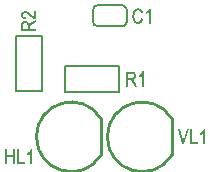
<source format=gto>
G04*
G04 #@! TF.GenerationSoftware,Altium Limited,Altium Designer,21.8.1 (53)*
G04*
G04 Layer_Color=65535*
%FSLAX44Y44*%
%MOMM*%
G71*
G04*
G04 #@! TF.SameCoordinates,C2402ECC-2FC7-4353-9DF5-FD8D6FDF90C0*
G04*
G04*
G04 #@! TF.FilePolarity,Positive*
G04*
G01*
G75*
%ADD10C,0.2540*%
%ADD11C,0.1500*%
%ADD12C,0.2000*%
G36*
X230714Y28653D02*
X229066D01*
X225084Y41392D01*
X226862D01*
X229547Y32263D01*
Y32245D01*
X229566Y32208D01*
X229584Y32152D01*
X229603Y32078D01*
X229658Y31874D01*
X229714Y31634D01*
X229769Y31337D01*
X229825Y31023D01*
X229880Y30708D01*
X229899Y30393D01*
Y30412D01*
Y30430D01*
X229917Y30541D01*
X229936Y30708D01*
X229973Y30949D01*
X230010Y31226D01*
X230084Y31541D01*
X230158Y31893D01*
X230269Y32263D01*
X233047Y41392D01*
X234732D01*
X230714Y28653D01*
D02*
G37*
G36*
X248416D02*
X246805D01*
Y38337D01*
X246768Y38281D01*
X246730Y38189D01*
X246638Y38059D01*
X246527Y37911D01*
X246379Y37726D01*
X246175Y37541D01*
X245916Y37337D01*
X245879Y37318D01*
X245786Y37244D01*
X245638Y37152D01*
X245434Y37041D01*
X245194Y36911D01*
X244916Y36763D01*
X244620Y36633D01*
X244305Y36522D01*
Y38244D01*
X244323D01*
X244360Y38281D01*
X244416Y38300D01*
X244490Y38355D01*
X244694Y38485D01*
X244953Y38670D01*
X245231Y38874D01*
X245545Y39133D01*
X245860Y39411D01*
X246156Y39707D01*
X246175Y39725D01*
X246194Y39744D01*
X246286Y39855D01*
X246416Y40022D01*
X246582Y40244D01*
X246768Y40503D01*
X246953Y40799D01*
X247138Y41114D01*
X247286Y41448D01*
X248416D01*
Y28653D01*
D02*
G37*
G36*
X237454Y30467D02*
X242453D01*
Y28653D01*
X235732D01*
Y41392D01*
X237454D01*
Y30467D01*
D02*
G37*
G36*
X191978Y143864D02*
X192108Y143846D01*
X192256Y143827D01*
X192441Y143809D01*
X192626Y143772D01*
X193034Y143642D01*
X193478Y143475D01*
X193719Y143364D01*
X193941Y143235D01*
X194163Y143087D01*
X194367Y142920D01*
X194385Y142901D01*
X194422Y142883D01*
X194478Y142827D01*
X194552Y142735D01*
X194644Y142642D01*
X194737Y142512D01*
X194848Y142364D01*
X194978Y142198D01*
X195107Y141994D01*
X195237Y141772D01*
X195367Y141531D01*
X195496Y141272D01*
X195607Y140976D01*
X195737Y140679D01*
X195830Y140328D01*
X195922Y139976D01*
X194274Y139550D01*
Y139587D01*
X194237Y139661D01*
X194200Y139790D01*
X194144Y139957D01*
X194052Y140142D01*
X193959Y140365D01*
X193830Y140605D01*
X193700Y140846D01*
X193533Y141068D01*
X193348Y141309D01*
X193126Y141531D01*
X192904Y141716D01*
X192645Y141883D01*
X192348Y142013D01*
X192034Y142087D01*
X191700Y142124D01*
X191534D01*
X191367Y142105D01*
X191126Y142068D01*
X190867Y141994D01*
X190589Y141920D01*
X190312Y141790D01*
X190034Y141624D01*
X189997Y141605D01*
X189923Y141531D01*
X189793Y141420D01*
X189645Y141253D01*
X189460Y141031D01*
X189275Y140772D01*
X189090Y140457D01*
X188923Y140087D01*
Y140068D01*
X188904Y140031D01*
X188886Y139976D01*
X188849Y139902D01*
X188830Y139790D01*
X188793Y139661D01*
X188756Y139513D01*
X188719Y139346D01*
X188664Y139161D01*
X188626Y138957D01*
X188571Y138494D01*
X188515Y137976D01*
X188497Y137383D01*
Y137346D01*
Y137272D01*
Y137143D01*
X188515Y136976D01*
Y136772D01*
X188534Y136532D01*
X188571Y136272D01*
X188608Y135976D01*
X188701Y135384D01*
X188849Y134773D01*
X188960Y134476D01*
X189071Y134180D01*
X189201Y133921D01*
X189349Y133680D01*
X189367Y133661D01*
X189386Y133624D01*
X189441Y133569D01*
X189497Y133495D01*
X189682Y133291D01*
X189941Y133088D01*
X190275Y132865D01*
X190645Y132662D01*
X190849Y132587D01*
X191089Y132532D01*
X191311Y132495D01*
X191571Y132476D01*
X191663D01*
X191737Y132495D01*
X191941Y132514D01*
X192182Y132569D01*
X192441Y132662D01*
X192737Y132773D01*
X193034Y132958D01*
X193330Y133199D01*
X193367Y133236D01*
X193404Y133273D01*
X193459Y133347D01*
X193515Y133421D01*
X193589Y133532D01*
X193663Y133643D01*
X193756Y133791D01*
X193830Y133939D01*
X193922Y134124D01*
X194015Y134328D01*
X194089Y134550D01*
X194181Y134791D01*
X194256Y135050D01*
X194330Y135328D01*
X194385Y135643D01*
X196089Y135143D01*
Y135124D01*
X196070Y135050D01*
X196033Y134921D01*
X195996Y134773D01*
X195941Y134587D01*
X195867Y134365D01*
X195793Y134124D01*
X195700Y133865D01*
X195478Y133310D01*
X195200Y132754D01*
X194848Y132236D01*
X194644Y131995D01*
X194441Y131773D01*
X194422Y131754D01*
X194385Y131736D01*
X194330Y131680D01*
X194237Y131606D01*
X194126Y131532D01*
X193978Y131440D01*
X193830Y131347D01*
X193645Y131254D01*
X193459Y131143D01*
X193237Y131051D01*
X192756Y130884D01*
X192496Y130810D01*
X192200Y130754D01*
X191922Y130736D01*
X191608Y130717D01*
X191460D01*
X191367Y130736D01*
X191237D01*
X191089Y130754D01*
X190737Y130810D01*
X190330Y130884D01*
X189904Y131014D01*
X189478Y131180D01*
X189071Y131421D01*
X189052D01*
X189034Y131458D01*
X188978Y131495D01*
X188904Y131551D01*
X188701Y131736D01*
X188478Y131976D01*
X188349Y132125D01*
X188201Y132291D01*
X188071Y132476D01*
X187923Y132680D01*
X187775Y132902D01*
X187645Y133162D01*
X187516Y133421D01*
X187386Y133699D01*
Y133717D01*
X187367Y133773D01*
X187330Y133865D01*
X187293Y133976D01*
X187238Y134124D01*
X187182Y134310D01*
X187127Y134513D01*
X187071Y134754D01*
X186997Y135013D01*
X186942Y135291D01*
X186886Y135587D01*
X186849Y135920D01*
X186793Y136254D01*
X186775Y136624D01*
X186738Y137383D01*
Y137402D01*
Y137476D01*
Y137587D01*
X186756Y137735D01*
Y137902D01*
X186775Y138124D01*
X186793Y138346D01*
X186812Y138605D01*
X186905Y139161D01*
X187016Y139735D01*
X187164Y140328D01*
X187386Y140901D01*
Y140920D01*
X187423Y140976D01*
X187460Y141050D01*
X187497Y141142D01*
X187571Y141272D01*
X187645Y141401D01*
X187849Y141735D01*
X188108Y142087D01*
X188404Y142457D01*
X188756Y142809D01*
X189163Y143124D01*
X189182D01*
X189219Y143160D01*
X189275Y143198D01*
X189367Y143235D01*
X189478Y143309D01*
X189608Y143364D01*
X189756Y143438D01*
X189923Y143512D01*
X190293Y143642D01*
X190719Y143772D01*
X191200Y143846D01*
X191719Y143883D01*
X191867D01*
X191978Y143864D01*
D02*
G37*
G36*
X202162Y130921D02*
X200551D01*
Y140605D01*
X200514Y140550D01*
X200477Y140457D01*
X200385Y140328D01*
X200273Y140179D01*
X200125Y139994D01*
X199922Y139809D01*
X199662Y139605D01*
X199625Y139587D01*
X199533Y139513D01*
X199385Y139420D01*
X199181Y139309D01*
X198940Y139179D01*
X198662Y139031D01*
X198366Y138902D01*
X198051Y138791D01*
Y140513D01*
X198070D01*
X198107Y140550D01*
X198163Y140568D01*
X198237Y140624D01*
X198440Y140753D01*
X198700Y140939D01*
X198977Y141142D01*
X199292Y141401D01*
X199607Y141679D01*
X199903Y141975D01*
X199922Y141994D01*
X199940Y142013D01*
X200033Y142124D01*
X200162Y142290D01*
X200329Y142512D01*
X200514Y142772D01*
X200699Y143068D01*
X200884Y143383D01*
X201033Y143716D01*
X202162D01*
Y130921D01*
D02*
G37*
G36*
X87306Y11803D02*
X85584D01*
Y17635D01*
X80677D01*
Y11803D01*
X78955D01*
Y24542D01*
X80677D01*
Y19450D01*
X85584D01*
Y24542D01*
X87306D01*
Y11803D01*
D02*
G37*
G36*
X102045D02*
X100434D01*
Y21487D01*
X100397Y21431D01*
X100360Y21339D01*
X100267Y21209D01*
X100156Y21061D01*
X100008Y20876D01*
X99805Y20691D01*
X99545Y20487D01*
X99508Y20468D01*
X99416Y20394D01*
X99268Y20302D01*
X99064Y20190D01*
X98823Y20061D01*
X98546Y19913D01*
X98249Y19783D01*
X97934Y19672D01*
Y21394D01*
X97953D01*
X97990Y21431D01*
X98046Y21450D01*
X98120Y21505D01*
X98323Y21635D01*
X98582Y21820D01*
X98860Y22024D01*
X99175Y22283D01*
X99490Y22561D01*
X99786Y22857D01*
X99805Y22875D01*
X99823Y22894D01*
X99916Y23005D01*
X100045Y23172D01*
X100212Y23394D01*
X100397Y23653D01*
X100582Y23949D01*
X100767Y24264D01*
X100916Y24597D01*
X102045D01*
Y11803D01*
D02*
G37*
G36*
X91083Y13617D02*
X96083D01*
Y11803D01*
X89361D01*
Y24542D01*
X91083D01*
Y13617D01*
D02*
G37*
G36*
X105297Y134470D02*
X105279D01*
X105242D01*
X105186D01*
X105112D01*
X105001Y134489D01*
X104890D01*
X104612Y134526D01*
X104279Y134581D01*
X103890Y134674D01*
X103501Y134822D01*
X103076Y135007D01*
X103057D01*
X103020Y135044D01*
X102964Y135063D01*
X102872Y135118D01*
X102761Y135192D01*
X102631Y135267D01*
X102483Y135378D01*
X102316Y135489D01*
X102131Y135618D01*
X101927Y135766D01*
X101705Y135933D01*
X101483Y136137D01*
X101242Y136340D01*
X100983Y136581D01*
X100705Y136822D01*
X100428Y137100D01*
X100409Y137118D01*
X100353Y137174D01*
X100261Y137266D01*
X100150Y137377D01*
X100002Y137526D01*
X99835Y137674D01*
X99446Y138044D01*
X99020Y138414D01*
X98576Y138785D01*
X98372Y138951D01*
X98150Y139118D01*
X97965Y139248D01*
X97780Y139359D01*
X97761D01*
X97743Y139377D01*
X97687Y139414D01*
X97613Y139451D01*
X97446Y139525D01*
X97224Y139636D01*
X96965Y139729D01*
X96669Y139822D01*
X96372Y139877D01*
X96076Y139896D01*
X96058D01*
X96039D01*
X95928D01*
X95780Y139877D01*
X95576Y139840D01*
X95354Y139766D01*
X95113Y139673D01*
X94891Y139544D01*
X94669Y139377D01*
X94650Y139359D01*
X94576Y139285D01*
X94484Y139173D01*
X94391Y139044D01*
X94280Y138859D01*
X94206Y138655D01*
X94132Y138414D01*
X94113Y138155D01*
Y138025D01*
X94150Y137877D01*
X94187Y137692D01*
X94262Y137488D01*
X94354Y137266D01*
X94502Y137063D01*
X94706Y136859D01*
X94725Y136840D01*
X94817Y136785D01*
X94965Y136692D01*
X95169Y136618D01*
X95428Y136526D01*
X95761Y136433D01*
X96150Y136377D01*
X96613Y136359D01*
X96428Y134711D01*
X96410D01*
X96335D01*
X96243Y134729D01*
X96095Y134748D01*
X95928Y134767D01*
X95743Y134803D01*
X95521Y134841D01*
X95299Y134896D01*
X94817Y135026D01*
X94317Y135211D01*
X93854Y135452D01*
X93651Y135581D01*
X93465Y135748D01*
X93447Y135766D01*
X93428Y135785D01*
X93373Y135841D01*
X93317Y135914D01*
X93243Y136007D01*
X93169Y136118D01*
X93076Y136248D01*
X92984Y136396D01*
X92799Y136748D01*
X92651Y137174D01*
X92540Y137655D01*
X92521Y137914D01*
X92502Y138192D01*
Y138359D01*
X92521Y138470D01*
X92540Y138599D01*
X92558Y138766D01*
X92632Y139118D01*
X92780Y139525D01*
X92854Y139729D01*
X92965Y139933D01*
X93095Y140136D01*
X93243Y140322D01*
X93410Y140507D01*
X93614Y140673D01*
X93632Y140692D01*
X93669Y140710D01*
X93725Y140747D01*
X93817Y140803D01*
X93910Y140877D01*
X94039Y140951D01*
X94187Y141025D01*
X94336Y141099D01*
X94706Y141247D01*
X95132Y141395D01*
X95613Y141488D01*
X95854Y141525D01*
X96113D01*
X96132D01*
X96169D01*
X96224D01*
X96317Y141507D01*
X96428D01*
X96558Y141488D01*
X96872Y141451D01*
X97224Y141358D01*
X97613Y141247D01*
X98039Y141099D01*
X98465Y140877D01*
X98483D01*
X98520Y140840D01*
X98576Y140803D01*
X98668Y140747D01*
X98761Y140673D01*
X98891Y140581D01*
X99039Y140470D01*
X99206Y140340D01*
X99409Y140192D01*
X99594Y140025D01*
X99817Y139822D01*
X100057Y139618D01*
X100298Y139377D01*
X100576Y139118D01*
X100854Y138840D01*
X101131Y138525D01*
X101150Y138507D01*
X101187Y138470D01*
X101261Y138414D01*
X101353Y138340D01*
X101465Y138248D01*
X101594Y138155D01*
X101890Y137914D01*
X102187Y137655D01*
X102483Y137433D01*
X102742Y137211D01*
X102853Y137137D01*
X102946Y137063D01*
X102964Y137044D01*
X103001Y137007D01*
X103076Y136952D01*
X103149Y136877D01*
X103335Y136729D01*
X103409Y136655D01*
X103483Y136581D01*
Y141544D01*
X105297D01*
Y134470D01*
D02*
G37*
G36*
Y131989D02*
X102631Y130582D01*
X102612D01*
X102557Y130545D01*
X102483Y130508D01*
X102390Y130452D01*
X102261Y130397D01*
X102131Y130323D01*
X101816Y130137D01*
X101483Y129952D01*
X101150Y129767D01*
X100854Y129582D01*
X100742Y129489D01*
X100631Y129415D01*
X100613Y129397D01*
X100557Y129360D01*
X100465Y129286D01*
X100353Y129193D01*
X100131Y128952D01*
X100039Y128823D01*
X99965Y128693D01*
Y128674D01*
X99946Y128638D01*
X99909Y128563D01*
X99872Y128452D01*
X99854Y128304D01*
X99817Y128156D01*
X99798Y127952D01*
Y126378D01*
X105297D01*
Y124656D01*
X92558D01*
Y129582D01*
X92577Y129712D01*
Y129841D01*
X92614Y130156D01*
X92651Y130526D01*
X92725Y130878D01*
X92817Y131230D01*
X92947Y131526D01*
X92965Y131563D01*
X93021Y131656D01*
X93113Y131785D01*
X93243Y131952D01*
X93410Y132137D01*
X93614Y132322D01*
X93873Y132507D01*
X94169Y132693D01*
X94206Y132711D01*
X94317Y132767D01*
X94484Y132841D01*
X94725Y132933D01*
X95002Y133007D01*
X95336Y133082D01*
X95706Y133137D01*
X96113Y133156D01*
X96132D01*
X96169D01*
X96261D01*
X96354Y133137D01*
X96484D01*
X96632Y133118D01*
X96965Y133063D01*
X97335Y132970D01*
X97743Y132822D01*
X98132Y132637D01*
X98502Y132378D01*
X98520D01*
X98539Y132341D01*
X98650Y132230D01*
X98798Y132063D01*
X98983Y131822D01*
X99169Y131526D01*
X99354Y131174D01*
X99502Y130767D01*
X99594Y130304D01*
Y130323D01*
X99613Y130378D01*
X99650Y130471D01*
X99687Y130582D01*
X99761Y130711D01*
X99835Y130841D01*
X99928Y130971D01*
X100057Y131100D01*
X100094Y131119D01*
X100187Y131211D01*
X100335Y131322D01*
X100539Y131471D01*
X100779Y131637D01*
X101057Y131804D01*
X101353Y131989D01*
X101668Y132174D01*
X105297Y133989D01*
Y131989D01*
D02*
G37*
G36*
X196359Y77653D02*
X194748D01*
Y87337D01*
X194711Y87281D01*
X194674Y87189D01*
X194581Y87059D01*
X194470Y86911D01*
X194322Y86726D01*
X194118Y86540D01*
X193859Y86337D01*
X193822Y86318D01*
X193729Y86244D01*
X193581Y86152D01*
X193377Y86040D01*
X193137Y85911D01*
X192859Y85763D01*
X192563Y85633D01*
X192248Y85522D01*
Y87244D01*
X192266D01*
X192303Y87281D01*
X192359Y87300D01*
X192433Y87355D01*
X192637Y87485D01*
X192896Y87670D01*
X193174Y87874D01*
X193488Y88133D01*
X193803Y88411D01*
X194100Y88707D01*
X194118Y88726D01*
X194137Y88744D01*
X194229Y88855D01*
X194359Y89022D01*
X194525Y89244D01*
X194711Y89503D01*
X194896Y89799D01*
X195081Y90114D01*
X195229Y90448D01*
X196359D01*
Y77653D01*
D02*
G37*
G36*
X186397Y90373D02*
X186526D01*
X186841Y90336D01*
X187211Y90299D01*
X187563Y90225D01*
X187915Y90133D01*
X188211Y90003D01*
X188248Y89985D01*
X188341Y89929D01*
X188470Y89836D01*
X188637Y89707D01*
X188822Y89540D01*
X189007Y89337D01*
X189193Y89077D01*
X189378Y88781D01*
X189396Y88744D01*
X189452Y88633D01*
X189526Y88466D01*
X189618Y88225D01*
X189692Y87948D01*
X189767Y87614D01*
X189822Y87244D01*
X189841Y86837D01*
Y86818D01*
Y86781D01*
Y86689D01*
X189822Y86596D01*
Y86466D01*
X189804Y86318D01*
X189748Y85985D01*
X189655Y85615D01*
X189507Y85207D01*
X189322Y84818D01*
X189063Y84448D01*
Y84430D01*
X189026Y84411D01*
X188915Y84300D01*
X188748Y84152D01*
X188507Y83967D01*
X188211Y83781D01*
X187859Y83596D01*
X187452Y83448D01*
X186989Y83356D01*
X187008D01*
X187063Y83337D01*
X187156Y83300D01*
X187267Y83263D01*
X187397Y83189D01*
X187526Y83115D01*
X187656Y83022D01*
X187785Y82893D01*
X187804Y82856D01*
X187896Y82763D01*
X188008Y82615D01*
X188156Y82411D01*
X188322Y82171D01*
X188489Y81893D01*
X188674Y81597D01*
X188859Y81282D01*
X190674Y77653D01*
X188674D01*
X187267Y80319D01*
Y80337D01*
X187230Y80393D01*
X187193Y80467D01*
X187137Y80560D01*
X187082Y80689D01*
X187008Y80819D01*
X186822Y81134D01*
X186637Y81467D01*
X186452Y81800D01*
X186267Y82097D01*
X186174Y82208D01*
X186100Y82319D01*
X186082Y82337D01*
X186045Y82393D01*
X185971Y82485D01*
X185878Y82597D01*
X185637Y82819D01*
X185508Y82911D01*
X185378Y82985D01*
X185360D01*
X185323Y83004D01*
X185249Y83041D01*
X185137Y83078D01*
X184989Y83096D01*
X184841Y83133D01*
X184638Y83152D01*
X183064D01*
Y77653D01*
X181341D01*
Y90392D01*
X186267D01*
X186397Y90373D01*
D02*
G37*
%LPC*%
G36*
X96113Y131397D02*
X96095D01*
X96076D01*
X95965D01*
X95817Y131378D01*
X95632Y131341D01*
X95410Y131267D01*
X95187Y131193D01*
X94984Y131063D01*
X94780Y130897D01*
X94761Y130878D01*
X94706Y130804D01*
X94613Y130693D01*
X94521Y130526D01*
X94447Y130304D01*
X94354Y130045D01*
X94299Y129748D01*
X94280Y129397D01*
Y126378D01*
X98020D01*
Y129212D01*
X98002Y129378D01*
Y129582D01*
X97965Y129785D01*
X97928Y130026D01*
X97891Y130230D01*
X97817Y130415D01*
X97798Y130434D01*
X97780Y130489D01*
X97724Y130563D01*
X97650Y130674D01*
X97576Y130785D01*
X97465Y130897D01*
X97317Y131008D01*
X97169Y131119D01*
X97150Y131137D01*
X97095Y131156D01*
X97002Y131211D01*
X96872Y131267D01*
X96724Y131304D01*
X96539Y131360D01*
X96335Y131378D01*
X96113Y131397D01*
D02*
G37*
G36*
X186082Y88670D02*
X183064D01*
Y84930D01*
X185897D01*
X186063Y84948D01*
X186267D01*
X186471Y84985D01*
X186711Y85022D01*
X186915Y85059D01*
X187100Y85133D01*
X187119Y85152D01*
X187174Y85170D01*
X187248Y85226D01*
X187359Y85300D01*
X187470Y85374D01*
X187582Y85485D01*
X187693Y85633D01*
X187804Y85781D01*
X187822Y85800D01*
X187841Y85855D01*
X187896Y85948D01*
X187952Y86078D01*
X187989Y86226D01*
X188044Y86411D01*
X188063Y86615D01*
X188082Y86837D01*
Y86855D01*
Y86874D01*
Y86985D01*
X188063Y87133D01*
X188026Y87318D01*
X187952Y87540D01*
X187878Y87763D01*
X187748Y87966D01*
X187582Y88170D01*
X187563Y88188D01*
X187489Y88244D01*
X187378Y88337D01*
X187211Y88429D01*
X186989Y88503D01*
X186730Y88596D01*
X186434Y88651D01*
X186082Y88670D01*
D02*
G37*
%LPD*%
D10*
X160081Y50696D02*
G03*
X160081Y19431I-25017J-15633D01*
G01*
X220081Y50696D02*
G03*
X220081Y19431I-25017J-15633D01*
G01*
X160081D02*
Y50696D01*
X220081Y19431D02*
Y50696D01*
D11*
X154688Y145487D02*
G03*
X153450Y142500I2987J-2987D01*
G01*
X156950Y146500D02*
G03*
X154816Y145616I0J-3018D01*
G01*
X154713Y129737D02*
G03*
X157700Y128500I2987J2987D01*
G01*
X178450D02*
G03*
X180584Y129384I0J3018D01*
G01*
X180713Y129513D02*
G03*
X181950Y132500I-2987J2987D01*
G01*
X181950Y143000D02*
G03*
X181066Y145134I-3018J0D01*
G01*
X180938Y145263D02*
G03*
X177950Y146500I-2987J-2987D01*
G01*
X180938Y145263D02*
G03*
X177950Y146500I-2987J-2987D01*
G01*
X181950Y142818D02*
G03*
X180938Y145263I-3457J0D01*
G01*
X180584Y129384D02*
G03*
X181950Y132682I-3298J3298D01*
G01*
X178450Y128500D02*
G03*
X180584Y129384I0J3018D01*
G01*
X154713Y129737D02*
G03*
X157700Y128500I2987J2987D01*
G01*
X153450Y132786D02*
G03*
X154713Y129737I4311J0D01*
G01*
X154688Y145487D02*
X154816Y145616D01*
X156950Y146500D02*
X158450D01*
X153450Y141000D02*
Y142500D01*
X157700Y128500D02*
X159200D01*
X154584Y129866D02*
X154713Y129737D01*
X181950Y132500D02*
Y134000D01*
X176950Y128500D02*
X178450D01*
X180584Y129384D02*
X180713Y129513D01*
X176450Y146500D02*
X177950D01*
X181950Y141500D02*
Y143000D01*
X180938Y145263D02*
X181066Y145134D01*
X176450Y146500D02*
X177950D01*
X181950Y134000D02*
Y142818D01*
Y132682D02*
Y134000D01*
X157700Y128500D02*
X158700D01*
X153450Y132786D02*
Y141500D01*
X158450Y146500D02*
X176450D01*
X159200Y128500D02*
X177700D01*
D12*
X175770Y73210D02*
Y95210D01*
X129770D02*
X175770D01*
X129770Y73210D02*
X175770D01*
X129770D02*
Y95210D01*
X109910Y74080D02*
Y120080D01*
X87910D02*
X109910D01*
X87910Y74080D02*
X109910D01*
X87910D02*
Y120080D01*
M02*

</source>
